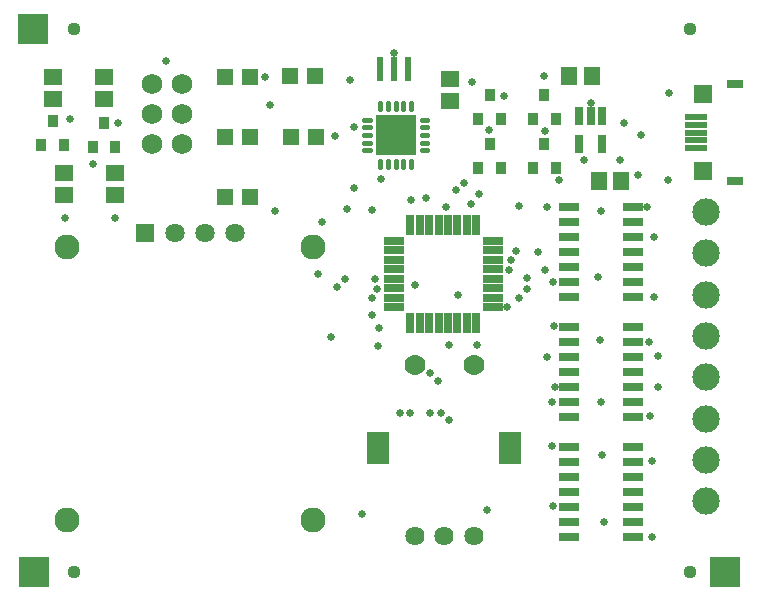
<source format=gts>
G04 EAGLE Gerber RS-274X export*
G75*
%MOMM*%
%FSLAX34Y34*%
%LPD*%
%INSoldermask Top*%
%IPPOS*%
%AMOC8*
5,1,8,0,0,1.08239X$1,22.5*%
G01*
%ADD10C,1.127000*%
%ADD11R,1.627000X1.427000*%
%ADD12R,1.427000X1.627000*%
%ADD13R,1.652000X0.777000*%
%ADD14C,1.752600*%
%ADD15C,2.311400*%
%ADD16R,1.327000X1.327000*%
%ADD17R,0.914400X1.016000*%
%ADD18R,1.627000X1.627000*%
%ADD19C,1.627000*%
%ADD20C,2.127000*%
%ADD21R,0.707000X1.517000*%
%ADD22C,0.286078*%
%ADD23R,3.377000X3.377000*%
%ADD24R,0.677000X1.727000*%
%ADD25R,1.727000X0.677000*%
%ADD26C,1.765300*%
%ADD27C,1.625600*%
%ADD28R,1.930400X2.717800*%
%ADD29R,0.527000X2.027000*%
%ADD30R,1.626997X1.527047*%
%ADD31R,1.926997X0.527000*%
%ADD32R,1.397000X0.762000*%
%ADD33R,2.540000X2.540000*%
%ADD34C,0.652000*%


D10*
X62000Y-2742D03*
X62000Y456909D03*
X583875Y-2742D03*
X583875Y456909D03*
D11*
X380400Y395800D03*
X380400Y414800D03*
D12*
X506700Y327900D03*
X525700Y327900D03*
X481700Y417000D03*
X500700Y417000D03*
D13*
X481680Y103100D03*
X481680Y90400D03*
X481680Y77700D03*
X481680Y65000D03*
X481680Y52300D03*
X481680Y39600D03*
X481680Y26900D03*
X535920Y26900D03*
X535920Y39600D03*
X535920Y52300D03*
X535920Y65000D03*
X535920Y77700D03*
X535920Y90400D03*
X535920Y103100D03*
X481680Y204700D03*
X481680Y192000D03*
X481680Y179300D03*
X481680Y166600D03*
X481680Y153900D03*
X481680Y141200D03*
X481680Y128500D03*
X535920Y128500D03*
X535920Y141200D03*
X535920Y153900D03*
X535920Y166600D03*
X535920Y179300D03*
X535920Y192000D03*
X535920Y204700D03*
X535920Y230100D03*
X535920Y242800D03*
X535920Y255500D03*
X535920Y268200D03*
X535920Y280900D03*
X535920Y293600D03*
X535920Y306300D03*
X481680Y306300D03*
X481680Y293600D03*
X481680Y280900D03*
X481680Y268200D03*
X481680Y255500D03*
X481680Y242800D03*
X481680Y230100D03*
D14*
X153800Y384600D03*
X128400Y384600D03*
X128400Y359200D03*
X153800Y359200D03*
X153800Y410000D03*
X128400Y410000D03*
D15*
X597700Y161800D03*
X597700Y196800D03*
X597700Y231800D03*
X597700Y266800D03*
X597700Y301800D03*
X597700Y126800D03*
X597700Y91800D03*
X597700Y56800D03*
D16*
X245400Y417000D03*
X266400Y417000D03*
X211200Y314800D03*
X190200Y314800D03*
X211200Y365600D03*
X190200Y365600D03*
X211200Y416400D03*
X190200Y416400D03*
X246400Y365500D03*
X267400Y365500D03*
D11*
X87600Y397300D03*
X87600Y416300D03*
X97500Y335100D03*
X97500Y316100D03*
X44400Y397400D03*
X44400Y416400D03*
X54300Y335000D03*
X54300Y316000D03*
D17*
X404694Y339040D03*
X423998Y339040D03*
X414346Y359360D03*
X450894Y380740D03*
X470198Y380740D03*
X460546Y401060D03*
X450894Y339040D03*
X470198Y339040D03*
X460546Y359360D03*
X404694Y380740D03*
X423998Y380740D03*
X414346Y401060D03*
X78094Y356640D03*
X97398Y356640D03*
X87746Y376960D03*
X34594Y358240D03*
X53898Y358240D03*
X44246Y378560D03*
D18*
X122700Y283600D03*
D19*
X148100Y283600D03*
X173500Y283600D03*
X198900Y283600D03*
D20*
X56660Y272170D03*
X264940Y272170D03*
X264940Y41030D03*
X56660Y41030D03*
D21*
X509400Y382950D03*
X499900Y382950D03*
X490400Y382950D03*
X490400Y359650D03*
X509400Y359650D03*
D22*
X322605Y345655D02*
X322605Y339145D01*
X320995Y339145D01*
X320995Y345655D01*
X322605Y345655D01*
X322605Y341863D02*
X320995Y341863D01*
X320995Y344581D02*
X322605Y344581D01*
X329105Y345655D02*
X329105Y339145D01*
X327495Y339145D01*
X327495Y345655D01*
X329105Y345655D01*
X329105Y341863D02*
X327495Y341863D01*
X327495Y344581D02*
X329105Y344581D01*
X335605Y345655D02*
X335605Y339145D01*
X333995Y339145D01*
X333995Y345655D01*
X335605Y345655D01*
X335605Y341863D02*
X333995Y341863D01*
X333995Y344581D02*
X335605Y344581D01*
X342105Y345655D02*
X342105Y339145D01*
X340495Y339145D01*
X340495Y345655D01*
X342105Y345655D01*
X342105Y341863D02*
X340495Y341863D01*
X340495Y344581D02*
X342105Y344581D01*
X348605Y345655D02*
X348605Y339145D01*
X346995Y339145D01*
X346995Y345655D01*
X348605Y345655D01*
X348605Y341863D02*
X346995Y341863D01*
X346995Y344581D02*
X348605Y344581D01*
X348605Y388145D02*
X348605Y394655D01*
X348605Y388145D02*
X346995Y388145D01*
X346995Y394655D01*
X348605Y394655D01*
X348605Y390863D02*
X346995Y390863D01*
X346995Y393581D02*
X348605Y393581D01*
X342105Y394655D02*
X342105Y388145D01*
X340495Y388145D01*
X340495Y394655D01*
X342105Y394655D01*
X342105Y390863D02*
X340495Y390863D01*
X340495Y393581D02*
X342105Y393581D01*
X335605Y394655D02*
X335605Y388145D01*
X333995Y388145D01*
X333995Y394655D01*
X335605Y394655D01*
X335605Y390863D02*
X333995Y390863D01*
X333995Y393581D02*
X335605Y393581D01*
X329105Y394655D02*
X329105Y388145D01*
X327495Y388145D01*
X327495Y394655D01*
X329105Y394655D01*
X329105Y390863D02*
X327495Y390863D01*
X327495Y393581D02*
X329105Y393581D01*
X322605Y394655D02*
X322605Y388145D01*
X320995Y388145D01*
X320995Y394655D01*
X322605Y394655D01*
X322605Y390863D02*
X320995Y390863D01*
X320995Y393581D02*
X322605Y393581D01*
X313555Y379095D02*
X307045Y379095D01*
X307045Y380705D01*
X313555Y380705D01*
X313555Y379095D01*
X313555Y372595D02*
X307045Y372595D01*
X307045Y374205D01*
X313555Y374205D01*
X313555Y372595D01*
X313555Y366095D02*
X307045Y366095D01*
X307045Y367705D01*
X313555Y367705D01*
X313555Y366095D01*
X313555Y359595D02*
X307045Y359595D01*
X307045Y361205D01*
X313555Y361205D01*
X313555Y359595D01*
X313555Y353095D02*
X307045Y353095D01*
X307045Y354705D01*
X313555Y354705D01*
X313555Y353095D01*
X356045Y353095D02*
X362555Y353095D01*
X356045Y353095D02*
X356045Y354705D01*
X362555Y354705D01*
X362555Y353095D01*
X362555Y359595D02*
X356045Y359595D01*
X356045Y361205D01*
X362555Y361205D01*
X362555Y359595D01*
X362555Y366095D02*
X356045Y366095D01*
X356045Y367705D01*
X362555Y367705D01*
X362555Y366095D01*
X362555Y372595D02*
X356045Y372595D01*
X356045Y374205D01*
X362555Y374205D01*
X362555Y372595D01*
X362555Y379095D02*
X356045Y379095D01*
X356045Y380705D01*
X362555Y380705D01*
X362555Y379095D01*
D23*
X334800Y366900D03*
D24*
X403100Y291000D03*
X395100Y291000D03*
X387100Y291000D03*
X379100Y291000D03*
X371100Y291000D03*
X363100Y291000D03*
X355100Y291000D03*
X347100Y291000D03*
D25*
X333300Y277200D03*
X333300Y269200D03*
X333300Y261200D03*
X333300Y253200D03*
X333300Y245200D03*
X333300Y237200D03*
X333300Y229200D03*
X333300Y221200D03*
D24*
X347100Y207400D03*
X355100Y207400D03*
X363100Y207400D03*
X371100Y207400D03*
X379100Y207400D03*
X387100Y207400D03*
X395100Y207400D03*
X403100Y207400D03*
D25*
X416900Y221200D03*
X416900Y229200D03*
X416900Y237200D03*
X416900Y245200D03*
X416900Y253200D03*
X416900Y261200D03*
X416900Y269200D03*
X416900Y277200D03*
D26*
X350908Y171820D03*
X400692Y171820D03*
D27*
X350908Y27040D03*
X375800Y27040D03*
X400692Y27040D03*
D28*
X319793Y101843D03*
X431807Y101843D03*
D29*
X321250Y422800D03*
X333250Y422800D03*
X345250Y422800D03*
D30*
X594846Y336491D03*
D31*
X589045Y356026D03*
D32*
X622255Y409739D03*
X622255Y328241D03*
D31*
X589045Y362528D03*
X589045Y369031D03*
X589045Y375533D03*
X589045Y382035D03*
D30*
X594846Y401489D03*
D33*
X28326Y-2742D03*
X27826Y456909D03*
X613701Y-2742D03*
D34*
X455400Y268200D03*
X472800Y328500D03*
X463250Y306050D03*
X468000Y242700D03*
X553800Y280800D03*
X553800Y230100D03*
X461100Y252600D03*
X468900Y204900D03*
X469500Y153600D03*
X549600Y191700D03*
X550000Y129150D03*
X556800Y179700D03*
X551700Y90600D03*
X551400Y26700D03*
X467450Y103250D03*
X467700Y52500D03*
X462600Y178800D03*
X380100Y125400D03*
X438900Y306900D03*
X398280Y308600D03*
X556500Y153600D03*
X347950Y312200D03*
X364120Y165100D03*
X364200Y132000D03*
X527853Y377488D03*
X283385Y366185D03*
X299122Y373500D03*
X542700Y366600D03*
X429450Y221350D03*
X322500Y329400D03*
X292200Y245100D03*
X317400Y245100D03*
X319200Y236520D03*
X285300Y237900D03*
X293400Y303900D03*
X314400Y303600D03*
X228000Y392100D03*
X224100Y416400D03*
X403800Y189000D03*
X299400Y322200D03*
X466800Y140700D03*
X360300Y313500D03*
X370700Y159100D03*
X372900Y132000D03*
X59100Y380700D03*
X445717Y245783D03*
X446100Y237000D03*
X99600Y376800D03*
X314400Y214300D03*
X315000Y228900D03*
X430500Y252900D03*
X321000Y203400D03*
X347100Y132000D03*
X338520Y131400D03*
X405000Y316800D03*
X439500Y229200D03*
X413700Y370800D03*
X460200Y416700D03*
X377700Y306300D03*
X540000Y333000D03*
X78300Y342000D03*
X97500Y296400D03*
X54600Y296400D03*
X460800Y370500D03*
X494400Y345600D03*
X272584Y293700D03*
X385920Y320114D03*
X432383Y261383D03*
X392400Y326400D03*
X436800Y269100D03*
X140250Y429750D03*
X232500Y302250D03*
X524500Y345750D03*
X399500Y412000D03*
X547500Y306250D03*
X566000Y402250D03*
X426750Y400000D03*
X380000Y189250D03*
X499750Y394000D03*
X508250Y302750D03*
X506000Y247000D03*
X507750Y193500D03*
X508250Y140750D03*
X511250Y39500D03*
X333250Y436750D03*
X509750Y96000D03*
X280000Y196000D03*
X351500Y240250D03*
X387250Y231750D03*
X565250Y329250D03*
X296500Y413750D03*
X411750Y49750D03*
X306000Y46250D03*
X269000Y249000D03*
X319500Y188250D03*
M02*

</source>
